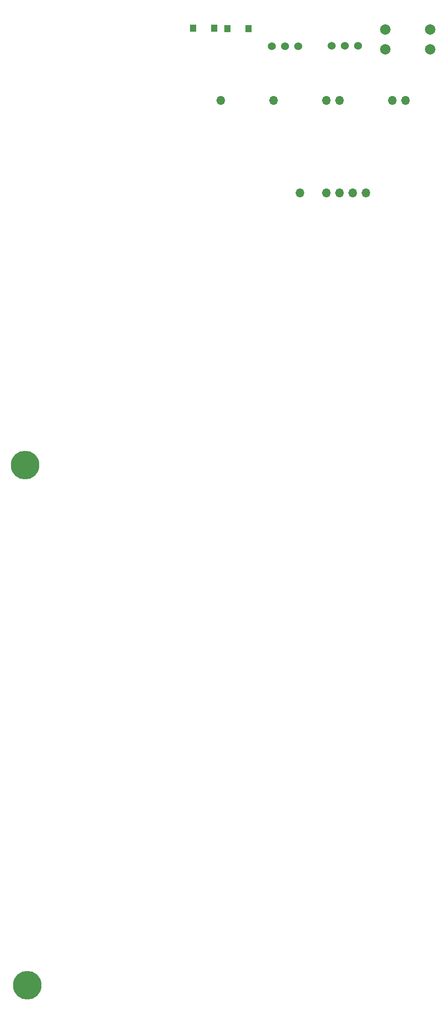
<source format=gbs>
%TF.GenerationSoftware,KiCad,Pcbnew,(6.0.6)*%
%TF.CreationDate,2022-07-04T16:04:11-05:00*%
%TF.ProjectId,CircleBoard,43697263-6c65-4426-9f61-72642e6b6963,rev?*%
%TF.SameCoordinates,Original*%
%TF.FileFunction,Soldermask,Bot*%
%TF.FilePolarity,Negative*%
%FSLAX46Y46*%
G04 Gerber Fmt 4.6, Leading zero omitted, Abs format (unit mm)*
G04 Created by KiCad (PCBNEW (6.0.6)) date 2022-07-04 16:04:11*
%MOMM*%
%LPD*%
G01*
G04 APERTURE LIST*
%ADD10C,5.500000*%
%ADD11R,1.200000X1.400000*%
%ADD12C,1.524000*%
%ADD13C,2.010000*%
%ADD14O,1.700000X1.700000*%
G04 APERTURE END LIST*
D10*
X72920000Y-175000000D03*
X72500000Y-75000000D03*
D11*
X104885000Y8960000D03*
X108935000Y8960000D03*
D12*
X131540000Y5585900D03*
X134080000Y5585900D03*
X136620000Y5585900D03*
D13*
X150510000Y4930000D03*
X150510000Y8730000D03*
X141870000Y8730000D03*
X141870000Y4930000D03*
D12*
X120050000Y5515900D03*
X122590000Y5515900D03*
X125130000Y5515900D03*
D14*
X125410000Y-22650000D03*
X130490000Y-22650000D03*
X133030000Y-22650000D03*
X135570000Y-22650000D03*
X138110000Y-22650000D03*
X145730000Y-4910000D03*
X143190000Y-4870000D03*
X133030000Y-4870000D03*
X130490000Y-4870000D03*
X120330000Y-4870000D03*
X110170000Y-4870000D03*
D11*
X111495000Y8890000D03*
X115545000Y8890000D03*
M02*

</source>
